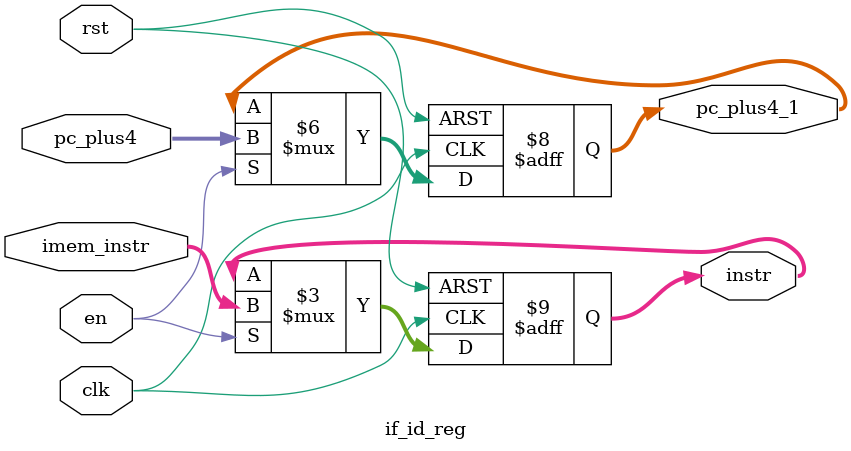
<source format=v>
`timescale 1ns / 1ps


module if_id_reg(

        input  wire             clk,
        input  wire             rst,
        input  wire             en,
        input  wire [31:0] pc_plus4,
        input  wire [31:0] imem_instr,
        output reg  [31:0] pc_plus4_1,
        output reg  [31:0] instr
    );
    
    always @ (posedge clk, posedge rst) begin
        if (rst) begin
            pc_plus4_1 <= 0; instr <= 0;
        end
        else if (en) begin
            pc_plus4_1 <= pc_plus4; instr <= imem_instr;
        end
        else begin 
            pc_plus4_1 <= pc_plus4_1; instr <= instr;
        end
    end    
endmodule

</source>
